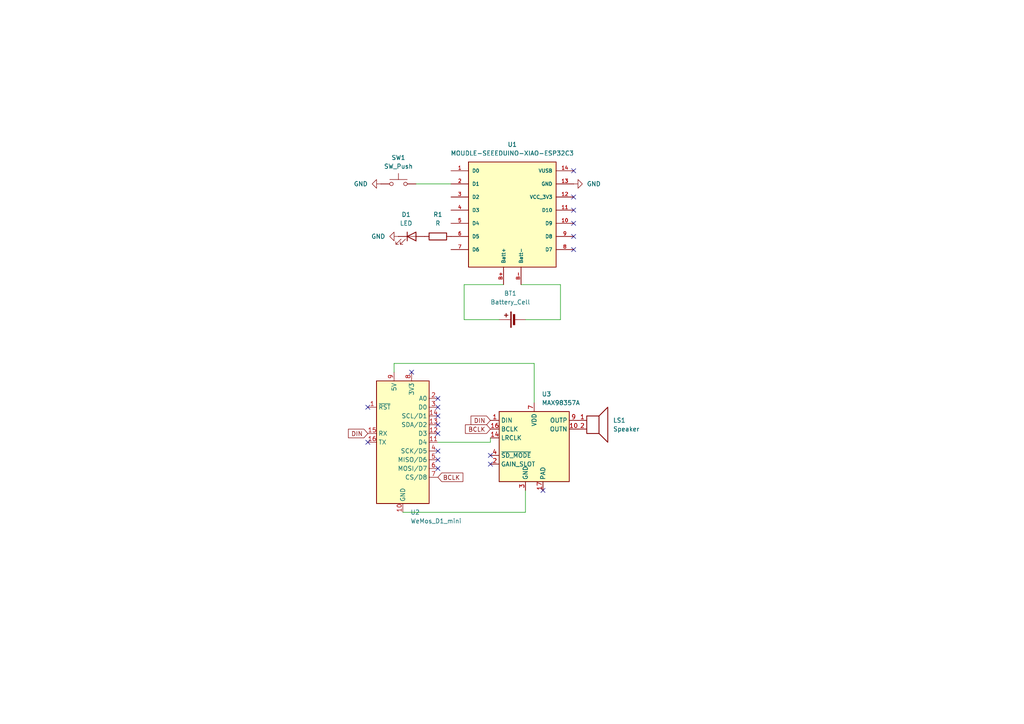
<source format=kicad_sch>
(kicad_sch (version 20231120) (generator "eeschema") (generator_version "8.0")
  (paper "A4")
  (title_block (title "SpeakerPan TinkerBell") (date "2025-03-03") (rev "0.1.0") (company "Makers972"))
  (lib_symbols
    (symbol "Audio:MAX98357A"
      (property "Reference" "U" (at -8.89 11.43 0))
      (property "Value" "MAX98357A" (at 10.16 11.43 0))
      (symbol "MAX98357A_1_1"
        (rectangle (start -10.16 10.16) (end 10.16 -10.16) (stroke (width 0.254)) (fill (type background)))
        (pin input line (at -12.7 7.62 0) (length 2.54) (name "DIN") (number "1"))
        (pin output line (at 12.7 5.08 180) (length 2.54) (name "OUTN") (number "10"))
        (pin passive line (at -2.54 -12.7 90) (length 2.54) hide (name "GND") (number "11"))
        (pin no_connect line (at 10.16 -5.08 180) (length 2.54) hide (name "NC") (number "12"))
        (pin no_connect line (at 10.16 -7.62 180) (length 2.54) hide (name "NC") (number "13"))
        (pin input line (at -12.7 2.54 0) (length 2.54) (name "LRCLK") (number "14"))
        (pin passive line (at -2.54 -12.7 90) (length 2.54) hide (name "GND") (number "15"))
        (pin input line (at -12.7 5.08 0) (length 2.54) (name "BCLK") (number "16"))
        (pin unspecified line (at 2.54 -12.7 90) (length 2.54) (name "PAD") (number "17"))
        (pin passive line (at -12.7 -5.08 0) (length 2.54) (name "GAIN_SLOT") (number "2"))
        (pin power_in line (at -2.54 -12.7 90) (length 2.54) (name "GND") (number "3"))
        (pin input line (at -12.7 -2.54 0) (length 2.54) (name "~{SD_MODE}") (number "4"))
        (pin no_connect line (at 10.16 2.54 180) (length 2.54) hide (name "NC") (number "5"))
        (pin no_connect line (at 10.16 0 180) (length 2.54) hide (name "NC") (number "6"))
        (pin power_in line (at 0 12.7 270) (length 2.54) (name "VDD") (number "7"))
        (pin passive line (at 0 12.7 270) (length 2.54) hide (name "VDD") (number "8"))
        (pin output line (at 12.7 7.62 180) (length 2.54) (name "OUTP") (number "9"))
      )
    )
    (symbol "Device:Battery_Cell" (pin_numbers hide) (pin_names (offset 0) hide)
      (property "Reference" "BT" (at 2.54 2.54 0))
      (property "Value" "Battery_Cell" (at 2.54 0 0))
      (symbol "Battery_Cell_0_1"
        (rectangle (start -2.286 1.778) (end 2.286 1.524) (fill (type outline)))
        (rectangle (start -1.524 1.016) (end 1.524 0.508) (fill (type outline)))
        (polyline (pts (xy 0 0.762) (xy 0 0)))
        (polyline (pts (xy 0 1.778) (xy 0 2.54)))
        (polyline (pts (xy 0.762 3.048) (xy 1.778 3.048)) (stroke (width 0.254)))
        (polyline (pts (xy 1.27 3.556) (xy 1.27 2.54)) (stroke (width 0.254)))
      )
      (symbol "Battery_Cell_1_1"
        (pin passive line (at 0 5.08 270) (length 2.54) (name "+") (number "1"))
        (pin passive line (at 0 -2.54 90) (length 2.54) (name "-") (number "2"))
      )
    )
    (symbol "Device:LED" (pin_numbers hide) (pin_names (offset 1.016) hide)
      (property "Reference" "D" (at 0 2.54 0))
      (property "Value" "LED" (at 0 -2.54 0))
      (symbol "LED_0_1"
        (polyline (pts (xy -1.27 -1.27) (xy -1.27 1.27)) (stroke (width 0.254)))
        (polyline (pts (xy -1.27 0) (xy 1.27 0)))
        (polyline (pts (xy 1.27 -1.27) (xy 1.27 1.27) (xy -1.27 0) (xy 1.27 -1.27)) (stroke (width 0.254)))
        (polyline (pts (xy -3.048 -0.762) (xy -4.572 -2.286) (xy -3.81 -2.286) (xy -4.572 -2.286) (xy -4.572 -1.524)))
        (polyline (pts (xy -1.778 -0.762) (xy -3.302 -2.286) (xy -2.54 -2.286) (xy -3.302 -2.286) (xy -3.302 -1.524)))
      )
      (symbol "LED_1_1"
        (pin passive line (at -3.81 0 0) (length 2.54) (name "K") (number "1"))
        (pin passive line (at 3.81 0 180) (length 2.54) (name "A") (number "2"))
      )
    )
    (symbol "Device:R" (pin_numbers hide) (pin_names (offset 0))
      (property "Reference" "R" (at 2.032 0 90))
      (property "Value" "R" (at 0 0 90))
      (symbol "R_0_1"
        (rectangle (start -1.016 -2.54) (end 1.016 2.54) (stroke (width 0.254)))
      )
      (symbol "R_1_1"
        (pin passive line (at 0 3.81 270) (length 1.27) (name "~") (number "1"))
        (pin passive line (at 0 -3.81 90) (length 1.27) (name "~") (number "2"))
      )
    )
    (symbol "Device:Speaker" (pin_names (offset 0) hide)
      (property "Reference" "LS" (at 1.27 5.715 0))
      (property "Value" "Speaker" (at 1.27 3.81 0))
      (symbol "Speaker_0_0"
        (rectangle (start -2.54 1.27) (end 1.016 -3.81) (stroke (width 0.254)))
        (polyline (pts (xy 1.016 1.27) (xy 3.556 3.81) (xy 3.556 -6.35) (xy 1.016 -3.81)) (stroke (width 0.254)))
      )
      (symbol "Speaker_1_1"
        (pin input line (at -5.08 0 0) (length 2.54) (name "1") (number "1"))
        (pin input line (at -5.08 -2.54 0) (length 2.54) (name "2") (number "2"))
      )
    )
    (symbol "MCU_Module:WeMos_D1_mini"
      (property "Reference" "U" (at 3.81 19.05 0))
      (property "Value" "WeMos_D1_mini" (at 1.27 -19.05 0))
      (symbol "WeMos_D1_mini_1_1"
        (rectangle (start -7.62 17.78) (end 7.62 -17.78) (stroke (width 0.254)) (fill (type background)))
        (pin input line (at -10.16 10.16 0) (length 2.54) (name "~{RST}") (number "1"))
        (pin power_in line (at 0 -20.32 90) (length 2.54) (name "GND") (number "10"))
        (pin bidirectional line (at 10.16 0 180) (length 2.54) (name "D4") (number "11"))
        (pin bidirectional line (at 10.16 2.54 180) (length 2.54) (name "D3") (number "12"))
        (pin bidirectional line (at 10.16 5.08 180) (length 2.54) (name "SDA/D2") (number "13"))
        (pin bidirectional line (at 10.16 7.62 180) (length 2.54) (name "SCL/D1") (number "14"))
        (pin input line (at -10.16 2.54 0) (length 2.54) (name "RX") (number "15"))
        (pin output line (at -10.16 0 0) (length 2.54) (name "TX") (number "16"))
        (pin input line (at 10.16 12.7 180) (length 2.54) (name "A0") (number "2"))
        (pin bidirectional line (at 10.16 10.16 180) (length 2.54) (name "D0") (number "3"))
        (pin bidirectional line (at 10.16 -2.54 180) (length 2.54) (name "SCK/D5") (number "4"))
        (pin bidirectional line (at 10.16 -5.08 180) (length 2.54) (name "MISO/D6") (number "5"))
        (pin bidirectional line (at 10.16 -7.62 180) (length 2.54) (name "MOSI/D7") (number "6"))
        (pin bidirectional line (at 10.16 -10.16 180) (length 2.54) (name "CS/D8") (number "7"))
        (pin power_out line (at 2.54 20.32 270) (length 2.54) (name "3V3") (number "8"))
        (pin power_in line (at -2.54 20.32 270) (length 2.54) (name "5V") (number "9"))
      )
    )
    (symbol "Switch:SW_Push" (pin_numbers hide) (pin_names (offset 1.016) hide)
      (property "Reference" "SW" (at 1.27 2.54 0))
      (property "Value" "SW_Push" (at 0 -1.524 0))
      (symbol "SW_Push_0_1"
        (circle (center -2.032 0) (radius 0.508))
        (polyline (pts (xy 0 1.27) (xy 0 3.048)))
        (polyline (pts (xy 2.54 1.27) (xy -2.54 1.27)))
        (circle (center 2.032 0) (radius 0.508))
        (pin passive line (at -5.08 0 0) (length 2.54) (name "1") (number "1"))
        (pin passive line (at 5.08 0 180) (length 2.54) (name "2") (number "2"))
      )
    )
    (symbol "Xiao-c3:XIAO ESP32C3" (pin_names (offset 1.016))
      (property "Reference" "U" (at -12.7 16.002 0))
      (property "Value" "XIAO ESP32C3" (at 7.62 -19.05 0))
      (symbol "XIAO ESP32C3_0_0"
        (rectangle (start -12.7 15.24) (end 12.7 -15.24) (stroke (width 0.254)) (fill (type background)))
        (pin bidirectional line (at -17.78 12.7 0) (length 5.08) (name "D0") (number "1"))
        (pin bidirectional line (at 17.78 -2.54 180) (length 5.08) (name "D9") (number "10"))
        (pin bidirectional line (at 17.78 1.27 180) (length 5.08) (name "D10") (number "11"))
        (pin power_in line (at 17.78 5.08 180) (length 5.08) (name "VCC_3V3") (number "12"))
        (pin power_in line (at 17.78 8.89 180) (length 5.08) (name "GND") (number "13"))
        (pin power_in line (at 17.78 12.7 180) (length 5.08) (name "VUSB") (number "14"))
        (pin bidirectional line (at -17.78 8.89 0) (length 5.08) (name "D1") (number "2"))
        (pin bidirectional line (at -17.78 5.08 0) (length 5.08) (name "D2") (number "3"))
        (pin bidirectional line (at -17.78 1.27 0) (length 5.08) (name "D3") (number "4"))
        (pin bidirectional line (at -17.78 -2.54 0) (length 5.08) (name "D4") (number "5"))
        (pin bidirectional line (at -17.78 -6.35 0) (length 5.08) (name "D5") (number "6"))
        (pin bidirectional line (at 17.78 -6.35 180) (length 5.08) (name "D8") (number "9"))
      )
      (symbol "XIAO ESP32C3_1_0"
        (pin bidirectional line (at -17.78 -10.16 0) (length 5.08) (name "D6") (number "7"))
        (pin bidirectional line (at 17.78 -10.16 180) (length 5.08) (name "D7") (number "8"))
        (pin power_in line (at -2.54 -20.32 90) (length 5.08) (name "Batt+") (number "B+"))
        (pin power_in line (at 2.54 -20.32 90) (length 5.08) (name "Batt-") (number "B-"))
      )
    )
    (symbol "power:GND" (power) (pin_numbers hide) (pin_names (offset 0) hide)
      (property "Value" "GND" (at 0 -3.81 0))
      (symbol "GND_0_1"
        (polyline (pts (xy 0 0) (xy 0 -1.27) (xy 1.27 -1.27) (xy 0 -2.54) (xy -1.27 -1.27) (xy 0 -1.27)))
      )
      (symbol "GND_1_1"
        (pin power_in line (at 0 0 270) (length 0) (name "~") (number "1"))
      )
    )
  )
  (no_connect (at 106.68 118.11))
  (no_connect (at 166.37 57.15))
  (no_connect (at 166.37 72.39))
  (no_connect (at 106.68 128.27))
  (no_connect (at 127 115.57))
  (no_connect (at 142.24 132.08))
  (no_connect (at 127 135.89))
  (no_connect (at 127 133.35))
  (no_connect (at 127 118.11))
  (no_connect (at 166.37 60.96))
  (no_connect (at 127 120.65))
  (no_connect (at 127 125.73))
  (no_connect (at 119.38 107.95))
  (no_connect (at 127 130.81))
  (no_connect (at 127 123.19))
  (no_connect (at 157.48 142.24))
  (no_connect (at 166.37 49.53))
  (no_connect (at 142.24 134.62))
  (no_connect (at 166.37 64.77))
  (no_connect (at 166.37 68.58))
  (wire (pts (xy 152.4 142.24) (xy 152.4 148.59)))
  (wire (pts (xy 142.24 128.27) (xy 142.24 127)))
  (wire (pts (xy 114.3 105.41) (xy 114.3 107.95)))
  (wire (pts (xy 162.56 92.71) (xy 152.4 92.71)))
  (wire (pts (xy 162.56 82.55) (xy 162.56 92.71)))
  (wire (pts (xy 152.4 148.59) (xy 116.84 148.59)))
  (wire (pts (xy 127 128.27) (xy 142.24 128.27)))
  (wire (pts (xy 154.94 116.84) (xy 154.94 105.41)))
  (wire (pts (xy 120.65 53.34) (xy 130.81 53.34)))
  (wire (pts (xy 146.05 82.55) (xy 134.62 82.55)))
  (wire (pts (xy 151.13 82.55) (xy 162.56 82.55)))
  (wire (pts (xy 134.62 82.55) (xy 134.62 92.71)))
  (wire (pts (xy 154.94 105.41) (xy 114.3 105.41)))
  (wire (pts (xy 134.62 92.71) (xy 144.78 92.71)))
  (global_label "BCLK" (shape input) (at 142.24 124.46 180) (property "Intersheetrefs" "${INTERSHEET_REFS}" (effects (hide yes))))
  (global_label "DIN" (shape input) (at 142.24 121.92 180) (property "Intersheetrefs" "${INTERSHEET_REFS}" (effects (hide yes))))
  (global_label "BCLK" (shape input) (at 127 138.43 0) (property "Intersheetrefs" "${INTERSHEET_REFS}" (effects (hide yes))))
  (global_label "DIN" (shape input) (at 106.68 125.73 180) (property "Intersheetrefs" "${INTERSHEET_REFS}" (effects (hide yes))))
  (symbol (lib_id "Device:LED") (at 119.38 68.58 0) (unit 1)
    (property "Reference" "D1" (at 117.7925 62.23 0))
    (property "Value" "LED" (at 117.7925 64.77 0))
    (property "Description" "Light emitting diode" (effects (hide yes)))
  )
  (symbol (lib_id "Audio:MAX98357A") (at 154.94 129.54 0) (unit 1)
    (property "Reference" "U3" (at 157.1341 114.3 0) (effects (justify left)))
    (property "Value" "MAX98357A" (at 157.1341 116.84 0) (effects (justify left)))
    (property "Footprint" "Package_DFN_QFN:TQFN-16-1EP_3x3mm_P0.5mm_EP1.23x1.23mm" (effects (hide yes)))
    (property "Datasheet" "https://www.analog.com/media/en/technical-documentation/data-sheets/MAX98357A-MAX98357B.pdf" (effects (hide yes)))
    (property "Description" "Mono DAC with amplifier, I2S, PCM, TDM, 32-bit, 96khz, 3.2W, TQFP-16" (effects (hide yes)))
  )
  (symbol (lib_id "power:GND") (at 166.37 53.34 90) (unit 1)
    (property "Reference" "#PWR01" (effects (hide yes)))
    (property "Value" "GND" (at 170.18 53.3399 90) (effects (justify right)))
    (property "Description" "Power symbol creates a global label with name \"GND\" , ground" (effects (hide yes)))
  )
  (symbol (lib_id "power:GND") (at 115.57 68.58 270) (unit 1)
    (property "Reference" "#PWR03" (effects (hide yes)))
    (property "Value" "GND" (at 111.76 68.5799 90) (effects (justify right)))
    (property "Description" "Power symbol creates a global label with name \"GND\" , ground" (effects (hide yes)))
  )
  (symbol (lib_id "Device:Battery_Cell") (at 149.86 92.71 90) (unit 1)
    (property "Reference" "BT1" (at 148.0185 85.09 90))
    (property "Value" "Battery_Cell" (at 148.0185 87.63 90))
    (property "Description" "Single-cell battery" (effects (hide yes)))
  )
  (symbol (lib_id "Xiao-c3:XIAO ESP32C3") (at 148.59 62.23 0) (unit 1)
    (property "Reference" "U1" (at 148.59 41.91 0))
    (property "Value" "MOUDLE-SEEEDUINO-XIAO-ESP32C3" (at 148.59 44.45 0))
    (property "Footprint" "XIAO_ESP32C3:xiao_esp32c3" (effects (hide yes)))
    (property "Datasheet" "https://files.seeedstudio.com/wiki/Seeed-Studio-XIAO-ESP32/esp32-c3_datasheet.pdf" (effects (hide yes)))
    (property "Description" "ESP32C3 Transceiver Evaluation Board" (effects (hide yes)))
    (property "MANUFACTURER" "Seeed Technology" (effects (hide yes)))
  )
  (symbol (lib_id "Device:Speaker") (at 172.72 121.92 0) (unit 1)
    (property "Reference" "LS1" (at 177.8 121.9199 0) (effects (justify left)))
    (property "Value" "Speaker" (at 177.8 124.4599 0) (effects (justify left)))
    (property "Description" "Speaker" (effects (hide yes)))
  )
  (symbol (lib_id "power:GND") (at 110.49 53.34 270) (unit 1)
    (property "Reference" "#PWR02" (effects (hide yes)))
    (property "Value" "GND" (at 106.68 53.3399 90) (effects (justify right)))
    (property "Description" "Power symbol creates a global label with name \"GND\" , ground" (effects (hide yes)))
  )
  (symbol (lib_id "Device:R") (at 127 68.58 90) (unit 1)
    (property "Reference" "R1" (at 127 62.23 90))
    (property "Value" "R" (at 127 64.77 90))
    (property "Description" "Resistor" (effects (hide yes)))
  )
  (symbol (lib_id "Switch:SW_Push") (at 115.57 53.34 0) (unit 1)
    (property "Reference" "SW1" (at 115.57 45.72 0))
    (property "Value" "SW_Push" (at 115.57 48.26 0))
    (property "Description" "Push button switch, generic, two pins" (effects (hide yes)))
  )
  (symbol (lib_id "MCU_Module:WeMos_D1_mini") (at 116.84 128.27 0) (unit 1)
    (property "Reference" "U2" (at 119.0341 148.59 0) (effects (justify left)))
    (property "Value" "WeMos_D1_mini" (at 119.0341 151.13 0) (effects (justify left)))
    (property "Footprint" "Module:WEMOS_D1_mini_light" (effects (hide yes)))
    (property "Datasheet" "https://wiki.wemos.cc/products:d1:d1_mini#documentation" (effects (hide yes)))
    (property "Description" "32-bit microcontroller module with WiFi" (effects (hide yes)))
  )
)
</source>
